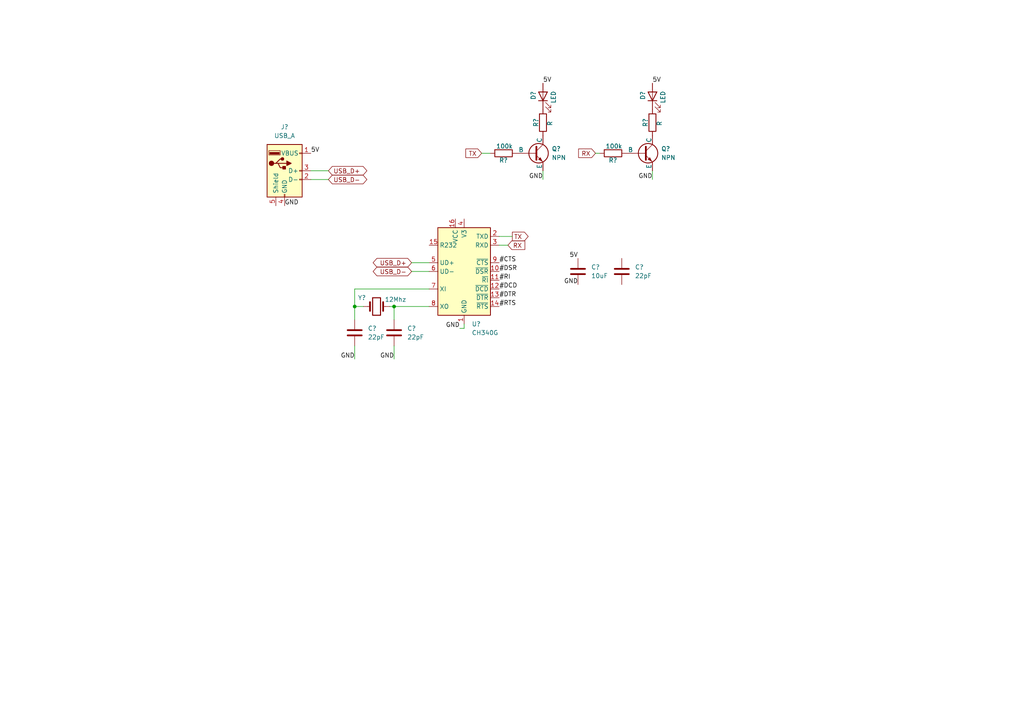
<source format=kicad_sch>
(kicad_sch (version 20231120) (generator "eeschema") (generator_version "8.0")
  (paper "A4")
  (lib_symbols
    (symbol "Connector:USB_A" (pin_names (offset 1.016))
      (property "Reference" "J" (at -5.08 11.43 0))
      (property "Value" "USB_A" (at -5.08 8.89 0))
      (symbol "USB_A_0_1"
        (rectangle (start -5.08 -7.62) (end 5.08 7.62) (stroke (width 0.254)) (fill (type background)))
        (circle (center -3.81 2.159) (radius 0.635) (stroke (width 0.254)) (fill (type outline)))
        (rectangle (start -1.524 4.826) (end -4.318 5.334) (fill (type outline)))
        (rectangle (start -1.27 4.572) (end -4.572 5.842))
        (circle (center -0.635 3.429) (radius 0.381) (stroke (width 0.254)) (fill (type outline)))
        (rectangle (start -0.127 -7.62) (end 0.127 -6.858))
        (polyline (pts (xy -3.175 2.159) (xy -2.54 2.159) (xy -1.27 3.429) (xy -0.635 3.429)) (stroke (width 0.254)))
        (polyline (pts (xy -2.54 2.159) (xy -1.905 2.159) (xy -1.27 0.889) (xy 0 0.889)) (stroke (width 0.254)))
        (polyline (pts (xy 0.635 2.794) (xy 0.635 1.524) (xy 1.905 2.159) (xy 0.635 2.794)) (stroke (width 0.254)) (fill (type outline)))
        (rectangle (start 0.254 1.27) (end -0.508 0.508) (stroke (width 0.254)) (fill (type outline)))
        (rectangle (start 5.08 -2.667) (end 4.318 -2.413))
        (rectangle (start 5.08 -0.127) (end 4.318 0.127))
        (rectangle (start 5.08 4.953) (end 4.318 5.207))
      )
      (symbol "USB_A_1_1"
        (polyline (pts (xy -1.905 2.159) (xy 0.635 2.159)) (stroke (width 0.254)))
        (pin power_in line (at 7.62 5.08 180) (length 2.54) (name "VBUS") (number "1"))
        (pin bidirectional line (at 7.62 -2.54 180) (length 2.54) (name "D-") (number "2"))
        (pin bidirectional line (at 7.62 0 180) (length 2.54) (name "D+") (number "3"))
        (pin power_in line (at 0 -10.16 90) (length 2.54) (name "GND") (number "4"))
        (pin passive line (at -2.54 -10.16 90) (length 2.54) (name "Shield") (number "5"))
      )
    )
    (symbol "Device:C" (pin_numbers hide) (pin_names (offset 0.254))
      (property "Reference" "C" (at 0.635 2.54 0))
      (property "Value" "C" (at 0.635 -2.54 0))
      (symbol "C_0_1"
        (polyline (pts (xy -2.032 -0.762) (xy 2.032 -0.762)) (stroke (width 0.508)))
        (polyline (pts (xy -2.032 0.762) (xy 2.032 0.762)) (stroke (width 0.508)))
      )
      (symbol "C_1_1"
        (pin passive line (at 0 3.81 270) (length 2.794) (name "~") (number "1"))
        (pin passive line (at 0 -3.81 90) (length 2.794) (name "~") (number "2"))
      )
    )
    (symbol "Device:Crystal" (pin_numbers hide) (pin_names (offset 1.016) hide)
      (property "Reference" "Y" (at 0 3.81 0))
      (property "Value" "Crystal" (at 0 -3.81 0))
      (symbol "Crystal_0_1"
        (rectangle (start -1.143 2.54) (end 1.143 -2.54) (stroke (width 0.3048)))
        (polyline (pts (xy -2.54 0) (xy -1.905 0)))
        (polyline (pts (xy -1.905 -1.27) (xy -1.905 1.27)) (stroke (width 0.508)))
        (polyline (pts (xy 1.905 -1.27) (xy 1.905 1.27)) (stroke (width 0.508)))
        (polyline (pts (xy 2.54 0) (xy 1.905 0)))
      )
      (symbol "Crystal_1_1"
        (pin passive line (at -3.81 0 0) (length 1.27) (name "1") (number "1"))
        (pin passive line (at 3.81 0 180) (length 1.27) (name "2") (number "2"))
      )
    )
    (symbol "Device:LED" (pin_numbers hide) (pin_names (offset 1.016) hide)
      (property "Reference" "D" (at 0 2.54 0))
      (property "Value" "LED" (at 0 -2.54 0))
      (symbol "LED_0_1"
        (polyline (pts (xy -1.27 -1.27) (xy -1.27 1.27)) (stroke (width 0.254)))
        (polyline (pts (xy -1.27 0) (xy 1.27 0)))
        (polyline (pts (xy 1.27 -1.27) (xy 1.27 1.27) (xy -1.27 0) (xy 1.27 -1.27)) (stroke (width 0.254)))
        (polyline (pts (xy -3.048 -0.762) (xy -4.572 -2.286) (xy -3.81 -2.286) (xy -4.572 -2.286) (xy -4.572 -1.524)))
        (polyline (pts (xy -1.778 -0.762) (xy -3.302 -2.286) (xy -2.54 -2.286) (xy -3.302 -2.286) (xy -3.302 -1.524)))
      )
      (symbol "LED_1_1"
        (pin passive line (at -3.81 0 0) (length 2.54) (name "K") (number "1"))
        (pin passive line (at 3.81 0 180) (length 2.54) (name "A") (number "2"))
      )
    )
    (symbol "Device:R" (pin_numbers hide) (pin_names (offset 0))
      (property "Reference" "R" (at 2.032 0 90))
      (property "Value" "R" (at 0 0 90))
      (symbol "R_0_1"
        (rectangle (start -1.016 -2.54) (end 1.016 2.54) (stroke (width 0.254)))
      )
      (symbol "R_1_1"
        (pin passive line (at 0 3.81 270) (length 1.27) (name "~") (number "1"))
        (pin passive line (at 0 -3.81 90) (length 1.27) (name "~") (number "2"))
      )
    )
    (symbol "Interface_USB:CH340G"
      (property "Reference" "U" (at -5.08 13.97 0))
      (property "Value" "CH340G" (at 1.27 13.97 0))
      (symbol "CH340G_0_1"
        (rectangle (start -7.62 12.7) (end 7.62 -12.7) (stroke (width 0.254)) (fill (type background)))
      )
      (symbol "CH340G_1_1"
        (pin power_in line (at 0 -15.24 90) (length 2.54) (name "GND") (number "1"))
        (pin input line (at 10.16 0 180) (length 2.54) (name "~{DSR}") (number "10"))
        (pin input line (at 10.16 -2.54 180) (length 2.54) (name "~{RI}") (number "11"))
        (pin input line (at 10.16 -5.08 180) (length 2.54) (name "~{DCD}") (number "12"))
        (pin output line (at 10.16 -7.62 180) (length 2.54) (name "~{DTR}") (number "13"))
        (pin output line (at 10.16 -10.16 180) (length 2.54) (name "~{RTS}") (number "14"))
        (pin input line (at -10.16 7.62 0) (length 2.54) (name "R232") (number "15"))
        (pin power_in line (at -2.54 15.24 270) (length 2.54) (name "VCC") (number "16"))
        (pin output line (at 10.16 10.16 180) (length 2.54) (name "TXD") (number "2"))
        (pin input line (at 10.16 7.62 180) (length 2.54) (name "RXD") (number "3"))
        (pin power_out line (at 0 15.24 270) (length 2.54) (name "V3") (number "4"))
        (pin bidirectional line (at -10.16 2.54 0) (length 2.54) (name "UD+") (number "5"))
        (pin bidirectional line (at -10.16 0 0) (length 2.54) (name "UD-") (number "6"))
        (pin input line (at -10.16 -5.08 0) (length 2.54) (name "XI") (number "7"))
        (pin output line (at -10.16 -10.16 0) (length 2.54) (name "XO") (number "8"))
        (pin input line (at 10.16 2.54 180) (length 2.54) (name "~{CTS}") (number "9"))
      )
    )
    (symbol "Simulation_SPICE:NPN" (pin_numbers hide) (pin_names (offset 0))
      (property "Reference" "Q" (at -2.54 7.62 0))
      (property "Value" "NPN" (at -2.54 5.08 0))
      (symbol "NPN_0_1"
        (polyline (pts (xy -2.54 0) (xy 0.635 0)) (stroke (width 0.1524)))
        (polyline (pts (xy 0.635 0.635) (xy 2.54 2.54)))
        (polyline (pts (xy 2.794 -1.27) (xy 2.794 -1.27)) (stroke (width 0.1524)))
        (polyline (pts (xy 2.794 -1.27) (xy 2.794 -1.27)) (stroke (width 0.1524)))
        (polyline (pts (xy 0.635 -0.635) (xy 2.54 -2.54) (xy 2.54 -2.54)))
        (polyline (pts (xy 0.635 1.905) (xy 0.635 -1.905) (xy 0.635 -1.905)) (stroke (width 0.508)))
        (polyline (pts (xy 1.27 -1.778) (xy 1.778 -1.27) (xy 2.286 -2.286) (xy 1.27 -1.778) (xy 1.27 -1.778)) (fill (type outline)))
        (circle (center 1.27 0) (radius 2.8194) (stroke (width 0.254)))
      )
      (symbol "NPN_1_1"
        (pin open_collector line (at 2.54 5.08 270) (length 2.54) (name "C") (number "1"))
        (pin input line (at -5.08 0 0) (length 2.54) (name "B") (number "2"))
        (pin open_emitter line (at 2.54 -5.08 90) (length 2.54) (name "E") (number "3"))
      )
    )
  )
  (junction (at 114.3 88.9))
  (junction (at 102.87 88.9))
  (wire (pts (xy 148.59 68.58) (xy 144.78 68.58)))
  (wire (pts (xy 102.87 88.9) (xy 105.41 88.9)))
  (wire (pts (xy 133.35 95.25) (xy 134.62 95.25)))
  (wire (pts (xy 157.48 49.53) (xy 157.48 52.07)))
  (wire (pts (xy 102.87 88.9) (xy 102.87 92.71)))
  (wire (pts (xy 119.38 78.74) (xy 124.46 78.74)))
  (wire (pts (xy 119.38 76.2) (xy 124.46 76.2)))
  (wire (pts (xy 95.25 49.53) (xy 90.17 49.53)))
  (wire (pts (xy 124.46 88.9) (xy 114.3 88.9)))
  (wire (pts (xy 114.3 88.9) (xy 113.03 88.9)))
  (wire (pts (xy 95.25 52.07) (xy 90.17 52.07)))
  (wire (pts (xy 114.3 88.9) (xy 114.3 92.71)))
  (wire (pts (xy 172.72 44.45) (xy 173.99 44.45)))
  (wire (pts (xy 114.3 104.14) (xy 114.3 100.33)))
  (wire (pts (xy 139.7 44.45) (xy 142.24 44.45)))
  (wire (pts (xy 102.87 83.82) (xy 124.46 83.82)))
  (wire (pts (xy 189.23 49.53) (xy 189.23 52.07)))
  (wire (pts (xy 102.87 83.82) (xy 102.87 88.9)))
  (wire (pts (xy 147.32 71.12) (xy 144.78 71.12)))
  (wire (pts (xy 102.87 104.14) (xy 102.87 100.33)))
  (wire (pts (xy 134.62 95.25) (xy 134.62 93.98)))
  (label "#CTS" (at 144.78 76.2 0))
  (label "GND" (at 114.3 104.14 180))
  (label "5V" (at 167.64 74.93 180))
  (label "GND" (at 157.48 52.07 180))
  (label "5V" (at 189.23 24.13 0))
  (label "#RI" (at 144.78 81.28 0))
  (label "5V" (at 90.17 44.45 0))
  (label "#DSR" (at 144.78 78.74 0))
  (label "GND" (at 189.23 52.07 180))
  (label "GND" (at 133.35 95.25 180))
  (label "5V" (at 157.48 24.13 0))
  (label "GND" (at 82.55 59.69 0))
  (label "GND" (at 102.87 104.14 180))
  (label "#DTR" (at 144.78 86.36 0))
  (label "#RTS" (at 144.78 88.9 0))
  (label "#DCD" (at 144.78 83.82 0))
  (label "GND" (at 167.64 82.55 180))
  (global_label "USB_D-" (shape bidirectional) (at 95.25 52.07 0) (property "Intersheetrefs" "${INTERSHEET_REFS}" (effects (hide yes))))
  (global_label "RX" (shape input) (at 147.32 71.12 0) (property "Intersheetrefs" "${INTERSHEET_REFS}" (effects (hide yes))))
  (global_label "RX" (shape input) (at 172.72 44.45 180) (property "Intersheetrefs" "${INTERSHEET_REFS}" (effects (hide yes))))
  (global_label "TX" (shape output) (at 148.59 68.58 0) (property "Intersheetrefs" "${INTERSHEET_REFS}" (effects (hide yes))))
  (global_label "USB_D+" (shape bidirectional) (at 95.25 49.53 0) (property "Intersheetrefs" "${INTERSHEET_REFS}" (effects (hide yes))))
  (global_label "USB_D-" (shape bidirectional) (at 119.38 78.74 180) (property "Intersheetrefs" "${INTERSHEET_REFS}" (effects (hide yes))))
  (global_label "USB_D+" (shape bidirectional) (at 119.38 76.2 180) (property "Intersheetrefs" "${INTERSHEET_REFS}" (effects (hide yes))))
  (global_label "TX" (shape input) (at 139.7 44.45 180) (property "Intersheetrefs" "${INTERSHEET_REFS}" (effects (hide yes))))
  (symbol (lib_id "Device:LED") (at 189.23 27.94 90) (unit 1)
    (property "Reference" "D?" (at 186.436 27.686 0))
    (property "Value" "LED" (at 192.278 28.194 0))
    (property "Description" "Light emitting diode" (effects (hide yes)))
  )
  (symbol (lib_id "Device:C") (at 102.87 96.52 0) (unit 1)
    (property "Reference" "C?" (at 106.68 95.2499 0) (effects (justify left)))
    (property "Value" "22pF" (at 106.68 97.7899 0) (effects (justify left)))
    (property "Description" "Unpolarized capacitor" (effects (hide yes)))
  )
  (symbol (lib_id "Device:C") (at 167.64 78.74 0) (unit 1)
    (property "Reference" "C?" (at 171.45 77.4699 0) (effects (justify left)))
    (property "Value" "10uF" (at 171.45 80.0099 0) (effects (justify left)))
    (property "Description" "Unpolarized capacitor" (effects (hide yes)))
  )
  (symbol (lib_id "Connector:USB_A") (at 82.55 49.53 0) (unit 1)
    (property "Reference" "J?" (at 82.55 36.83 0))
    (property "Value" "USB_A" (at 82.55 39.37 0))
    (property "Footprint" "Connector_USB:USB_A_CNCTech_1001-011-01101_Horizontal" (effects (hide yes)))
    (property "Description" "USB Type A connector" (effects (hide yes)))
  )
  (symbol (lib_id "Device:C") (at 180.34 78.74 0) (unit 1)
    (property "Reference" "C?" (at 184.15 77.4699 0) (effects (justify left)))
    (property "Value" "22pF" (at 184.15 80.0099 0) (effects (justify left)))
    (property "Description" "Unpolarized capacitor" (effects (hide yes)))
  )
  (symbol (lib_id "Device:C") (at 114.3 96.52 0) (unit 1)
    (property "Reference" "C?" (at 118.11 95.2499 0) (effects (justify left)))
    (property "Value" "22pF" (at 118.11 97.7899 0) (effects (justify left)))
    (property "Description" "Unpolarized capacitor" (effects (hide yes)))
  )
  (symbol (lib_id "Device:Crystal") (at 109.22 88.9 0) (mirror x) (unit 1)
    (property "Reference" "Y?" (at 106.172 86.36 0) (effects (justify right)))
    (property "Value" "12Mhz" (at 117.856 86.868 0) (effects (justify right)))
    (property "Footprint" "Crystal:Crystal_HC18-U_Vertical" (effects (hide yes)))
    (property "Description" "Two pin crystal" (effects (hide yes)))
  )
  (symbol (lib_id "Device:R") (at 146.05 44.45 90) (unit 1)
    (property "Reference" "R?" (at 146.05 46.482 90))
    (property "Value" "100k" (at 146.304 42.418 90))
    (property "Description" "Resistor" (effects (hide yes)))
  )
  (symbol (lib_id "Device:LED") (at 157.48 27.94 90) (unit 1)
    (property "Reference" "D?" (at 154.686 27.686 0))
    (property "Value" "LED" (at 160.528 28.194 0))
    (property "Description" "Light emitting diode" (effects (hide yes)))
  )
  (symbol (lib_id "Device:R") (at 189.23 35.56 0) (unit 1)
    (property "Reference" "R?" (at 187.198 35.56 90))
    (property "Value" "R" (at 191.262 35.814 90))
    (property "Description" "Resistor" (effects (hide yes)))
  )
  (symbol (lib_id "Device:R") (at 177.8 44.45 90) (unit 1)
    (property "Reference" "R?" (at 177.8 46.482 90))
    (property "Value" "100k" (at 178.054 42.418 90))
    (property "Description" "Resistor" (effects (hide yes)))
  )
  (symbol (lib_id "Device:R") (at 157.48 35.56 0) (unit 1)
    (property "Reference" "R?" (at 155.448 35.56 90))
    (property "Value" "R" (at 159.512 35.814 90))
    (property "Description" "Resistor" (effects (hide yes)))
  )
  (symbol (lib_id "Simulation_SPICE:NPN") (at 186.69 44.45 0) (unit 1)
    (property "Reference" "Q?" (at 191.77 43.1799 0) (effects (justify left)))
    (property "Value" "NPN" (at 191.77 45.7199 0) (effects (justify left)))
    (property "Datasheet" "https://ngspice.sourceforge.io/docs/ngspice-html-manual/manual.xhtml#cha_BJTs" (effects (hide yes)))
    (property "Description" "Bipolar transistor symbol for simulation only, substrate tied to the emitter" (effects (hide yes)))
    (property "Sim.Device" "NPN" (effects (hide yes)))
    (property "Sim.Type" "GUMMELPOON" (effects (hide yes)))
    (property "Sim.Pins" "1=C 2=B 3=E" (effects (hide yes)))
  )
  (symbol (lib_id "Interface_USB:CH340G") (at 134.62 78.74 0) (unit 1)
    (property "Reference" "U?" (at 136.8141 93.98 0) (effects (justify left)))
    (property "Value" "CH340G" (at 136.8141 96.52 0) (effects (justify left)))
    (property "Footprint" "Package_SO:SOIC-16_3.9x9.9mm_P1.27mm" (effects (hide yes)))
    (property "Datasheet" "http://www.datasheet5.com/pdf-local-2195953" (effects (hide yes)))
    (property "Description" "USB serial converter, UART, SOIC-16" (effects (hide yes)))
  )
  (symbol (lib_id "Simulation_SPICE:NPN") (at 154.94 44.45 0) (unit 1)
    (property "Reference" "Q?" (at 160.02 43.1799 0) (effects (justify left)))
    (property "Value" "NPN" (at 160.02 45.7199 0) (effects (justify left)))
    (property "Datasheet" "https://ngspice.sourceforge.io/docs/ngspice-html-manual/manual.xhtml#cha_BJTs" (effects (hide yes)))
    (property "Description" "Bipolar transistor symbol for simulation only, substrate tied to the emitter" (effects (hide yes)))
    (property "Sim.Device" "NPN" (effects (hide yes)))
    (property "Sim.Type" "GUMMELPOON" (effects (hide yes)))
    (property "Sim.Pins" "1=C 2=B 3=E" (effects (hide yes)))
  )
)
</source>
